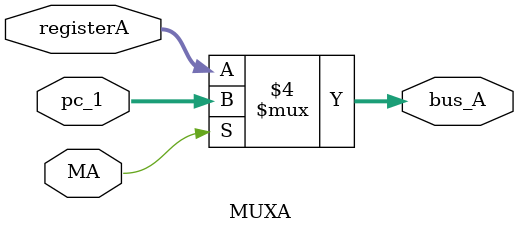
<source format=v>
`timescale 1ns / 1ps


module MUXA(registerA,pc_1,bus_A,MA);
input [7:0] registerA;
input [7:0] pc_1;
input MA;
output reg [7:0] bus_A;
always@(MA or pc_1 or registerA)
begin
    if(MA==0)
    begin
        bus_A=  registerA;
    end
    else
    begin
        bus_A = pc_1;
    end
end
endmodule

</source>
